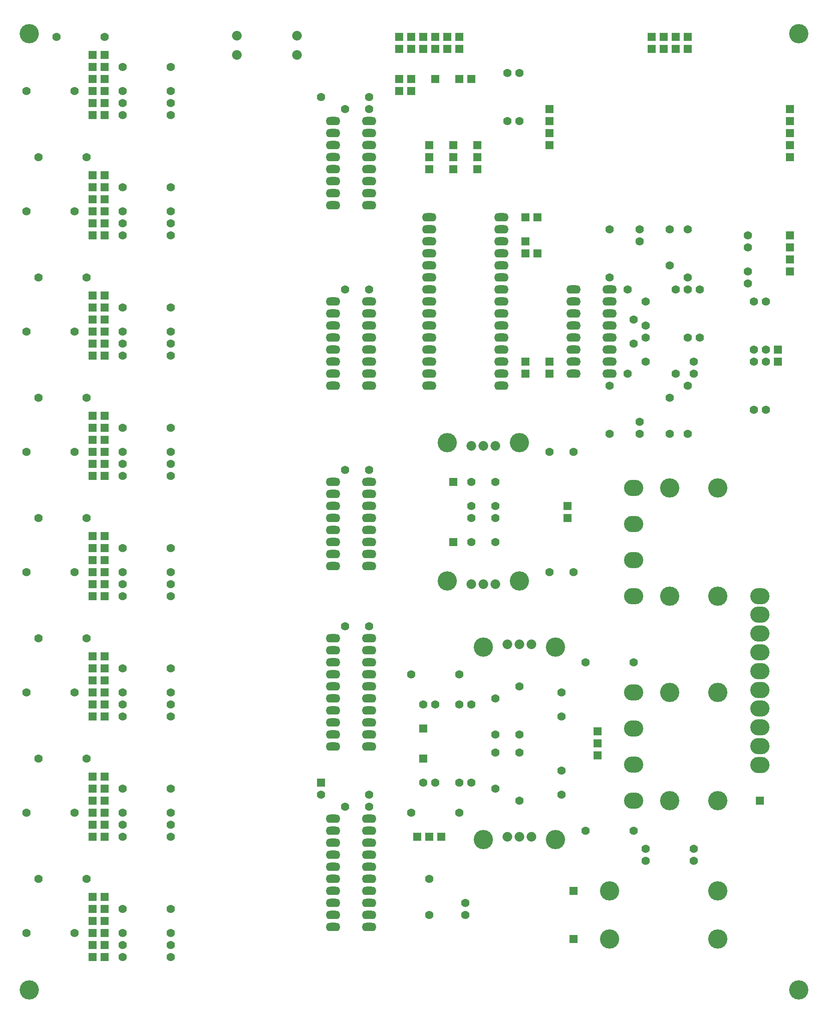
<source format=gbr>
G04 DesignSpark PCB Gerber Version 13.0 Build *
%FSLAX35Y35*%
%MOIN*%
%ADD25R,0.07000X0.07000*%
%ADD26C,0.07000*%
%ADD29C,0.08000*%
%ADD27O,0.12000X0.07000*%
%ADD24C,0.16000*%
%ADD28O,0.16000X0.13500*%
X0Y0D02*
D02*
D24*
X17750Y17750D03*
Y812750D03*
X365250Y357750D03*
Y472750D03*
X395250Y142750D03*
Y302750D03*
X425250Y357750D03*
Y472750D03*
X455250Y142750D03*
Y302750D03*
X500250Y60250D03*
Y100250D03*
X550250Y175250D03*
Y265250D03*
Y345250D03*
Y435250D03*
X590250Y60250D03*
Y100250D03*
Y175250D03*
Y265250D03*
Y345250D03*
Y435250D03*
X657750Y17750D03*
Y812750D03*
D02*
D25*
X70250Y45250D03*
Y55250D03*
Y65250D03*
Y75250D03*
Y85250D03*
Y95250D03*
Y145250D03*
Y155250D03*
Y165250D03*
Y175250D03*
Y185250D03*
Y195250D03*
Y245250D03*
Y255250D03*
Y265250D03*
Y275250D03*
Y285250D03*
Y295250D03*
Y345250D03*
Y355250D03*
Y365250D03*
Y375250D03*
Y385250D03*
Y395250D03*
Y445250D03*
Y455250D03*
Y465250D03*
Y475250D03*
Y485250D03*
Y495250D03*
Y545250D03*
Y555250D03*
Y565250D03*
Y575250D03*
Y585250D03*
Y595250D03*
Y645250D03*
Y655250D03*
Y665250D03*
Y675250D03*
Y685250D03*
Y695250D03*
Y745250D03*
Y755250D03*
Y765250D03*
Y775250D03*
Y785250D03*
Y795250D03*
X80250Y45250D03*
Y55250D03*
Y65250D03*
Y75250D03*
Y85250D03*
Y95250D03*
Y145250D03*
Y155250D03*
Y165250D03*
Y175250D03*
Y185250D03*
Y195250D03*
Y245250D03*
Y255250D03*
Y265250D03*
Y275250D03*
Y285250D03*
Y295250D03*
Y345250D03*
Y355250D03*
Y365250D03*
Y375250D03*
Y385250D03*
Y395250D03*
Y445250D03*
Y455250D03*
Y465250D03*
Y475250D03*
Y485250D03*
Y495250D03*
Y545250D03*
Y555250D03*
Y565250D03*
Y575250D03*
Y585250D03*
Y595250D03*
Y645250D03*
Y655250D03*
Y665250D03*
Y675250D03*
Y685250D03*
Y695250D03*
Y745250D03*
Y755250D03*
Y765250D03*
Y775250D03*
Y785250D03*
Y795250D03*
X260250Y190250D03*
X325250Y765250D03*
Y775250D03*
Y800250D03*
Y810250D03*
X335250Y765250D03*
Y775250D03*
Y800250D03*
Y810250D03*
X340250Y145250D03*
X345250Y210250D03*
Y235250D03*
Y800250D03*
Y810250D03*
X350250Y145250D03*
Y700250D03*
Y710250D03*
Y720250D03*
X355250Y775250D03*
Y800250D03*
Y810250D03*
X360250Y145250D03*
X365250Y800250D03*
Y810250D03*
X370250Y390250D03*
Y440250D03*
Y700250D03*
Y710250D03*
Y720250D03*
X375250Y775250D03*
Y800250D03*
Y810250D03*
X385250Y775250D03*
X390250Y700250D03*
Y710250D03*
Y720250D03*
X430250Y530250D03*
Y540250D03*
Y630250D03*
Y640250D03*
Y660250D03*
X440250Y630250D03*
Y660250D03*
X450250Y530250D03*
Y540250D03*
Y720250D03*
Y730250D03*
Y740250D03*
Y750250D03*
X465250Y410250D03*
Y420250D03*
X470250Y60250D03*
Y100250D03*
X490250Y212750D03*
Y222750D03*
Y232750D03*
X535250Y800250D03*
Y810250D03*
X545250Y800250D03*
Y810250D03*
X555250Y800250D03*
Y810250D03*
X565250Y800250D03*
Y810250D03*
X625250Y175250D03*
X640250Y540250D03*
Y550250D03*
X650250Y615250D03*
Y625250D03*
Y635250D03*
Y645250D03*
Y710250D03*
Y720250D03*
Y730250D03*
Y740250D03*
Y750250D03*
D02*
D26*
X15250Y65250D03*
Y165250D03*
Y265250D03*
Y365250D03*
Y465250D03*
Y565250D03*
Y665250D03*
Y765250D03*
X25250Y110250D03*
Y210250D03*
Y310250D03*
Y410250D03*
Y510250D03*
Y610250D03*
Y710250D03*
X40250Y810250D03*
X55250Y65250D03*
Y165250D03*
Y265250D03*
Y365250D03*
Y465250D03*
Y565250D03*
Y665250D03*
Y765250D03*
X65250Y110250D03*
Y210250D03*
Y310250D03*
Y410250D03*
Y510250D03*
Y610250D03*
Y710250D03*
X80250Y810250D03*
X95250Y45250D03*
Y55250D03*
Y65250D03*
Y85250D03*
Y145250D03*
Y155250D03*
Y165250D03*
Y185250D03*
Y245250D03*
Y255250D03*
Y265250D03*
Y285250D03*
Y345250D03*
Y355250D03*
Y365250D03*
Y385250D03*
Y445250D03*
Y455250D03*
Y465250D03*
Y485250D03*
Y545250D03*
Y555250D03*
Y565250D03*
Y585250D03*
Y645250D03*
Y655250D03*
Y665250D03*
Y685250D03*
Y745250D03*
Y755250D03*
Y765250D03*
Y785250D03*
X135250Y45250D03*
Y55250D03*
Y65250D03*
Y85250D03*
Y145250D03*
Y155250D03*
Y165250D03*
Y185250D03*
Y245250D03*
Y255250D03*
Y265250D03*
Y285250D03*
Y345250D03*
Y355250D03*
Y365250D03*
Y385250D03*
Y445250D03*
Y455250D03*
Y465250D03*
Y485250D03*
Y545250D03*
Y555250D03*
Y565250D03*
Y585250D03*
Y645250D03*
Y655250D03*
Y665250D03*
Y685250D03*
Y745250D03*
Y755250D03*
Y765250D03*
Y785250D03*
X260250Y180250D03*
Y760250D03*
X280250Y170250D03*
Y320250D03*
Y450250D03*
Y600250D03*
Y750250D03*
X300250Y170250D03*
Y180250D03*
Y320250D03*
Y450250D03*
Y600250D03*
Y750250D03*
Y760250D03*
X335250Y165250D03*
Y280250D03*
X345250Y190250D03*
Y255250D03*
X350250Y80250D03*
Y110250D03*
X355250Y190250D03*
Y255250D03*
X375250Y165250D03*
Y190250D03*
Y255250D03*
Y280250D03*
X380250Y80250D03*
Y90250D03*
X385250Y190250D03*
Y255250D03*
Y390250D03*
Y410250D03*
Y420250D03*
Y440250D03*
X405250Y185250D03*
Y215250D03*
Y230250D03*
Y260250D03*
Y390250D03*
Y410250D03*
Y420250D03*
Y440250D03*
X415250Y740250D03*
Y780250D03*
X425250Y175250D03*
Y215250D03*
Y230250D03*
Y270250D03*
Y740250D03*
Y780250D03*
X450250Y365250D03*
Y465250D03*
X460250Y180250D03*
Y200250D03*
Y245250D03*
Y265250D03*
X470250Y365250D03*
Y465250D03*
X480250Y150250D03*
Y290250D03*
X500250Y480250D03*
Y520250D03*
Y610250D03*
Y650250D03*
X515250Y530250D03*
Y600250D03*
X520250Y150250D03*
Y290250D03*
Y555250D03*
Y575250D03*
X525250Y480250D03*
Y490250D03*
Y640250D03*
Y650250D03*
X530250Y125250D03*
Y135250D03*
Y540250D03*
Y560250D03*
Y570250D03*
Y590250D03*
X550250Y480250D03*
Y510250D03*
Y620250D03*
Y650250D03*
X555250Y530250D03*
Y600250D03*
X565250Y480250D03*
Y520250D03*
Y560250D03*
Y600250D03*
Y610250D03*
Y650250D03*
X570250Y125250D03*
Y135250D03*
Y530250D03*
Y540250D03*
X575250Y560250D03*
Y600250D03*
X615250Y605250D03*
Y615250D03*
Y635250D03*
Y645250D03*
X620250Y500250D03*
Y540250D03*
Y550250D03*
Y590250D03*
X630250Y500250D03*
Y540250D03*
Y550250D03*
Y590250D03*
D02*
D27*
X270250Y70250D03*
Y80250D03*
Y90250D03*
Y100250D03*
Y110250D03*
Y120250D03*
Y130250D03*
Y140250D03*
Y150250D03*
Y160250D03*
Y220250D03*
Y230250D03*
Y240250D03*
Y250250D03*
Y260250D03*
Y270250D03*
Y280250D03*
Y290250D03*
Y300250D03*
Y310250D03*
Y370250D03*
Y380250D03*
Y390250D03*
Y400250D03*
Y410250D03*
Y420250D03*
Y430250D03*
Y440250D03*
Y520250D03*
Y530250D03*
Y540250D03*
Y550250D03*
Y560250D03*
Y570250D03*
Y580250D03*
Y590250D03*
Y670250D03*
Y680250D03*
Y690250D03*
Y700250D03*
Y710250D03*
Y720250D03*
Y730250D03*
Y740250D03*
X300250Y70250D03*
Y80250D03*
Y90250D03*
Y100250D03*
Y110250D03*
Y120250D03*
Y130250D03*
Y140250D03*
Y150250D03*
Y160250D03*
Y220250D03*
Y230250D03*
Y240250D03*
Y250250D03*
Y260250D03*
Y270250D03*
Y280250D03*
Y290250D03*
Y300250D03*
Y310250D03*
Y370250D03*
Y380250D03*
Y390250D03*
Y400250D03*
Y410250D03*
Y420250D03*
Y430250D03*
Y440250D03*
Y520250D03*
Y530250D03*
Y540250D03*
Y550250D03*
Y560250D03*
Y570250D03*
Y580250D03*
Y590250D03*
Y670250D03*
Y680250D03*
Y690250D03*
Y700250D03*
Y710250D03*
Y720250D03*
Y730250D03*
Y740250D03*
X350250Y520250D03*
Y530250D03*
Y540250D03*
Y550250D03*
Y560250D03*
Y570250D03*
Y580250D03*
Y590250D03*
Y600250D03*
Y610250D03*
Y620250D03*
Y630250D03*
Y640250D03*
Y650250D03*
Y660250D03*
X410250Y520250D03*
Y530250D03*
Y540250D03*
Y550250D03*
Y560250D03*
Y570250D03*
Y580250D03*
Y590250D03*
Y600250D03*
Y610250D03*
Y620250D03*
Y630250D03*
Y640250D03*
Y650250D03*
Y660250D03*
X470250Y530250D03*
Y540250D03*
Y550250D03*
Y560250D03*
Y570250D03*
Y580250D03*
Y590250D03*
Y600250D03*
X500250Y530250D03*
Y540250D03*
Y550250D03*
Y560250D03*
Y570250D03*
Y580250D03*
Y590250D03*
Y600250D03*
D02*
D28*
X520250Y175250D03*
Y205250D03*
Y235250D03*
Y265250D03*
Y345250D03*
Y375250D03*
Y405250D03*
Y435250D03*
X625250Y204850D03*
Y220450D03*
Y236050D03*
Y251650D03*
Y267250D03*
Y282850D03*
Y298450D03*
Y314050D03*
Y329650D03*
Y345250D03*
D02*
D29*
X190250Y795250D03*
Y810998D03*
X240250Y795250D03*
Y810998D03*
X385250Y355250D03*
Y470250D03*
X395250Y355250D03*
Y470250D03*
X405250Y355250D03*
Y470250D03*
X415250Y145250D03*
Y305250D03*
X425250Y145250D03*
Y305250D03*
X435250Y145250D03*
Y305250D03*
X0Y0D02*
M02*

</source>
